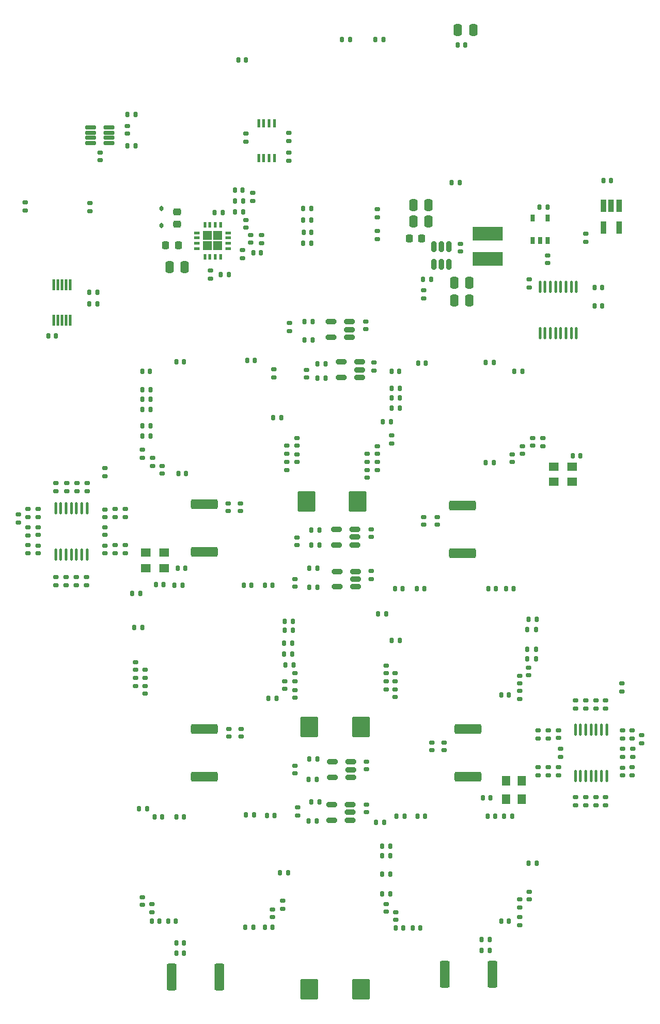
<source format=gbr>
%TF.GenerationSoftware,KiCad,Pcbnew,7.0.7*%
%TF.CreationDate,2023-12-19T00:29:13-07:00*%
%TF.ProjectId,bitaxeHex,62697461-7865-4486-9578-2e6b69636164,0.9*%
%TF.SameCoordinates,Original*%
%TF.FileFunction,Paste,Bot*%
%TF.FilePolarity,Positive*%
%FSLAX46Y46*%
G04 Gerber Fmt 4.6, Leading zero omitted, Abs format (unit mm)*
G04 Created by KiCad (PCBNEW 7.0.7) date 2023-12-19 00:29:13*
%MOMM*%
%LPD*%
G01*
G04 APERTURE LIST*
G04 Aperture macros list*
%AMRoundRect*
0 Rectangle with rounded corners*
0 $1 Rounding radius*
0 $2 $3 $4 $5 $6 $7 $8 $9 X,Y pos of 4 corners*
0 Add a 4 corners polygon primitive as box body*
4,1,4,$2,$3,$4,$5,$6,$7,$8,$9,$2,$3,0*
0 Add four circle primitives for the rounded corners*
1,1,$1+$1,$2,$3*
1,1,$1+$1,$4,$5*
1,1,$1+$1,$6,$7*
1,1,$1+$1,$8,$9*
0 Add four rect primitives between the rounded corners*
20,1,$1+$1,$2,$3,$4,$5,0*
20,1,$1+$1,$4,$5,$6,$7,0*
20,1,$1+$1,$6,$7,$8,$9,0*
20,1,$1+$1,$8,$9,$2,$3,0*%
G04 Aperture macros list end*
%ADD10RoundRect,0.140000X-0.170000X0.140000X-0.170000X-0.140000X0.170000X-0.140000X0.170000X0.140000X0*%
%ADD11RoundRect,0.135000X0.135000X0.185000X-0.135000X0.185000X-0.135000X-0.185000X0.135000X-0.185000X0*%
%ADD12RoundRect,0.140000X0.170000X-0.140000X0.170000X0.140000X-0.170000X0.140000X-0.170000X-0.140000X0*%
%ADD13RoundRect,0.124250X0.538250X0.124250X-0.538250X0.124250X-0.538250X-0.124250X0.538250X-0.124250X0*%
%ADD14RoundRect,0.125000X0.537500X0.125000X-0.537500X0.125000X-0.537500X-0.125000X0.537500X-0.125000X0*%
%ADD15RoundRect,0.140000X0.140000X0.170000X-0.140000X0.170000X-0.140000X-0.170000X0.140000X-0.170000X0*%
%ADD16RoundRect,0.135000X-0.185000X0.135000X-0.185000X-0.135000X0.185000X-0.135000X0.185000X0.135000X0*%
%ADD17RoundRect,0.250000X0.250000X0.475000X-0.250000X0.475000X-0.250000X-0.475000X0.250000X-0.475000X0*%
%ADD18RoundRect,0.250000X-0.875000X-1.025000X0.875000X-1.025000X0.875000X1.025000X-0.875000X1.025000X0*%
%ADD19RoundRect,0.135000X0.185000X-0.135000X0.185000X0.135000X-0.185000X0.135000X-0.185000X-0.135000X0*%
%ADD20RoundRect,0.150000X0.512500X0.150000X-0.512500X0.150000X-0.512500X-0.150000X0.512500X-0.150000X0*%
%ADD21RoundRect,0.135000X-0.135000X-0.185000X0.135000X-0.185000X0.135000X0.185000X-0.135000X0.185000X0*%
%ADD22R,0.650000X1.560000*%
%ADD23RoundRect,0.140000X-0.140000X-0.170000X0.140000X-0.170000X0.140000X0.170000X-0.140000X0.170000X0*%
%ADD24RoundRect,0.100000X0.100000X-0.637500X0.100000X0.637500X-0.100000X0.637500X-0.100000X-0.637500X0*%
%ADD25R,0.400000X1.100000*%
%ADD26RoundRect,0.112500X-0.112500X0.187500X-0.112500X-0.187500X0.112500X-0.187500X0.112500X0.187500X0*%
%ADD27R,0.558800X0.952500*%
%ADD28RoundRect,0.225000X0.225000X0.250000X-0.225000X0.250000X-0.225000X-0.250000X0.225000X-0.250000X0*%
%ADD29RoundRect,0.225000X0.250000X-0.225000X0.250000X0.225000X-0.250000X0.225000X-0.250000X-0.225000X0*%
%ADD30RoundRect,0.150000X0.150000X-0.512500X0.150000X0.512500X-0.150000X0.512500X-0.150000X-0.512500X0*%
%ADD31R,1.300000X1.100000*%
%ADD32R,0.300000X1.400000*%
%ADD33RoundRect,0.250000X-0.362500X-1.425000X0.362500X-1.425000X0.362500X1.425000X-0.362500X1.425000X0*%
%ADD34RoundRect,0.250000X-0.250000X-0.475000X0.250000X-0.475000X0.250000X0.475000X-0.250000X0.475000X0*%
%ADD35RoundRect,0.250000X1.425000X-0.362500X1.425000X0.362500X-1.425000X0.362500X-1.425000X-0.362500X0*%
%ADD36RoundRect,0.250000X0.362500X1.425000X-0.362500X1.425000X-0.362500X-1.425000X0.362500X-1.425000X0*%
%ADD37R,1.100000X1.300000*%
%ADD38R,3.700000X1.680000*%
%ADD39RoundRect,0.225000X-0.225000X-0.250000X0.225000X-0.250000X0.225000X0.250000X-0.225000X0.250000X0*%
%ADD40R,0.759600X0.304800*%
%ADD41R,0.304800X0.759600*%
G04 APERTURE END LIST*
%TO.C,U4*%
G36*
X78942149Y-76442149D02*
G01*
X77849949Y-76442149D01*
X77849949Y-75349949D01*
X78942149Y-75349949D01*
X78942149Y-76442149D01*
G37*
G36*
X78942149Y-75150051D02*
G01*
X77849949Y-75150051D01*
X77849949Y-74057851D01*
X78942149Y-74057851D01*
X78942149Y-75150051D01*
G37*
G36*
X77650051Y-76442149D02*
G01*
X76557851Y-76442149D01*
X76557851Y-75349949D01*
X77650051Y-75349949D01*
X77650051Y-76442149D01*
G37*
G36*
X77650051Y-75150051D02*
G01*
X76557851Y-75150051D01*
X76557851Y-74057851D01*
X77650051Y-74057851D01*
X77650051Y-75150051D01*
G37*
%TD*%
D10*
%TO.C,C158*%
X108600000Y-75670000D03*
X108600000Y-76630000D03*
%TD*%
D11*
%TO.C,R36*%
X70010000Y-99500000D03*
X68990000Y-99500000D03*
%TD*%
D12*
%TO.C,C48*%
X98250000Y-103730000D03*
X98250000Y-102770000D03*
%TD*%
%TO.C,C44*%
X97800000Y-91380000D03*
X97800000Y-90420000D03*
%TD*%
D13*
%TO.C,U3*%
X64887500Y-61175000D03*
X64887500Y-61825000D03*
X64887500Y-62475000D03*
X64887500Y-63125000D03*
X62612500Y-63125000D03*
X62612500Y-62475000D03*
X62612500Y-61825000D03*
D14*
X62612500Y-61175000D03*
%TD*%
D15*
%TO.C,C104*%
X71680000Y-118000000D03*
X70720000Y-118000000D03*
%TD*%
D12*
%TO.C,C14*%
X81900000Y-73630000D03*
X81900000Y-72670000D03*
%TD*%
%TO.C,C37*%
X62500000Y-71580000D03*
X62500000Y-70620000D03*
%TD*%
%TO.C,C97*%
X69400000Y-131580000D03*
X69400000Y-130620000D03*
%TD*%
D16*
%TO.C,R100*%
X98200000Y-71330000D03*
X98200000Y-72350000D03*
%TD*%
D17*
%TO.C,C159*%
X109700000Y-80500000D03*
X107800000Y-80500000D03*
%TD*%
D16*
%TO.C,R63*%
X53600000Y-109290000D03*
X53600000Y-110310000D03*
%TD*%
D18*
%TO.C,C150*%
X89800000Y-168300000D03*
X96200000Y-168300000D03*
%TD*%
D19*
%TO.C,R5*%
X77500000Y-80010000D03*
X77500000Y-78990000D03*
%TD*%
D15*
%TO.C,C147*%
X112180000Y-162100000D03*
X111220000Y-162100000D03*
%TD*%
D12*
%TO.C,C122*%
X100500000Y-159660000D03*
X100500000Y-158700000D03*
%TD*%
D20*
%TO.C,U25*%
X94837500Y-145350000D03*
X94837500Y-146300000D03*
X94837500Y-147250000D03*
X92562500Y-147250000D03*
X92562500Y-145350000D03*
%TD*%
D19*
%TO.C,R50*%
X65630000Y-114130000D03*
X65630000Y-113110000D03*
%TD*%
D15*
%TO.C,C32*%
X81930000Y-52800000D03*
X80970000Y-52800000D03*
%TD*%
D21*
%TO.C,R54*%
X89790000Y-118300000D03*
X90810000Y-118300000D03*
%TD*%
D17*
%TO.C,C157*%
X104600000Y-70800000D03*
X102700000Y-70800000D03*
%TD*%
D12*
%TO.C,C83*%
X86700000Y-130980000D03*
X86700000Y-130020000D03*
%TD*%
D21*
%TO.C,R9*%
X89040000Y-72700000D03*
X90060000Y-72700000D03*
%TD*%
D15*
%TO.C,C60*%
X74480000Y-104200000D03*
X73520000Y-104200000D03*
%TD*%
D21*
%TO.C,R113*%
X103940000Y-80100000D03*
X104960000Y-80100000D03*
%TD*%
D12*
%TO.C,C123*%
X99300000Y-158660000D03*
X99300000Y-157700000D03*
%TD*%
D16*
%TO.C,R103*%
X131100000Y-136740000D03*
X131100000Y-137760000D03*
%TD*%
D11*
%TO.C,R92*%
X87110000Y-153800000D03*
X86090000Y-153800000D03*
%TD*%
D21*
%TO.C,R76*%
X107440000Y-68000000D03*
X108460000Y-68000000D03*
%TD*%
D19*
%TO.C,R93*%
X118230000Y-137100000D03*
X118230000Y-136080000D03*
%TD*%
%TO.C,R107*%
X82700000Y-70360000D03*
X82700000Y-69340000D03*
%TD*%
D22*
%TO.C,U5*%
X126350000Y-70950000D03*
X127300000Y-70950000D03*
X128250000Y-70950000D03*
X128250000Y-73650000D03*
X126350000Y-73650000D03*
%TD*%
D10*
%TO.C,C136*%
X128680000Y-138440000D03*
X128680000Y-139400000D03*
%TD*%
%TO.C,C72*%
X64330000Y-113160000D03*
X64330000Y-114120000D03*
%TD*%
D15*
%TO.C,C58*%
X82980000Y-90100000D03*
X82020000Y-90100000D03*
%TD*%
D16*
%TO.C,R65*%
X58300000Y-105377500D03*
X58300000Y-106397500D03*
%TD*%
D10*
%TO.C,C79*%
X88200000Y-112120000D03*
X88200000Y-113080000D03*
%TD*%
D21*
%TO.C,R8*%
X89040000Y-71300000D03*
X90060000Y-71300000D03*
%TD*%
D15*
%TO.C,C82*%
X101380000Y-118500000D03*
X100420000Y-118500000D03*
%TD*%
D23*
%TO.C,C27*%
X125220000Y-83400000D03*
X126180000Y-83400000D03*
%TD*%
D15*
%TO.C,C43*%
X112680000Y-102800000D03*
X111720000Y-102800000D03*
%TD*%
D11*
%TO.C,R70*%
X87710000Y-122600000D03*
X86690000Y-122600000D03*
%TD*%
%TO.C,R91*%
X99810000Y-156400000D03*
X98790000Y-156400000D03*
%TD*%
%TO.C,R37*%
X70010000Y-95000000D03*
X68990000Y-95000000D03*
%TD*%
D12*
%TO.C,C50*%
X97000000Y-102730000D03*
X97000000Y-101770000D03*
%TD*%
D23*
%TO.C,C21*%
X78020000Y-71750000D03*
X78980000Y-71750000D03*
%TD*%
D12*
%TO.C,C105*%
X68200000Y-128600000D03*
X68200000Y-127640000D03*
%TD*%
D11*
%TO.C,R38*%
X101010000Y-93570000D03*
X99990000Y-93570000D03*
%TD*%
D24*
%TO.C,U7*%
X122975000Y-86762500D03*
X122325000Y-86762500D03*
X121675000Y-86762500D03*
X121025000Y-86762500D03*
X120375000Y-86762500D03*
X119725000Y-86762500D03*
X119075000Y-86762500D03*
X118425000Y-86762500D03*
X118425000Y-81037500D03*
X119075000Y-81037500D03*
X119725000Y-81037500D03*
X120375000Y-81037500D03*
X121025000Y-81037500D03*
X121675000Y-81037500D03*
X122325000Y-81037500D03*
X122975000Y-81037500D03*
%TD*%
D15*
%TO.C,C133*%
X71160000Y-159800000D03*
X70200000Y-159800000D03*
%TD*%
D11*
%TO.C,R67*%
X87710000Y-123700000D03*
X86690000Y-123700000D03*
%TD*%
D10*
%TO.C,C102*%
X64330000Y-110890000D03*
X64330000Y-111850000D03*
%TD*%
D12*
%TO.C,C81*%
X88000000Y-132080000D03*
X88000000Y-131120000D03*
%TD*%
D20*
%TO.C,U15*%
X94737500Y-85350000D03*
X94737500Y-86300000D03*
X94737500Y-87250000D03*
X92462500Y-87250000D03*
X92462500Y-85350000D03*
%TD*%
D12*
%TO.C,C139*%
X68980000Y-157780000D03*
X68980000Y-156820000D03*
%TD*%
%TO.C,C74*%
X97500000Y-117280000D03*
X97500000Y-116320000D03*
%TD*%
D25*
%TO.C,U6*%
X83475000Y-60700000D03*
X84125000Y-60700000D03*
X84775000Y-60700000D03*
X85425000Y-60700000D03*
X85425000Y-65000000D03*
X84775000Y-65000000D03*
X84125000Y-65000000D03*
X83475000Y-65000000D03*
%TD*%
D10*
%TO.C,C56*%
X85400000Y-91270000D03*
X85400000Y-92230000D03*
%TD*%
D16*
%TO.C,R95*%
X122880000Y-132400000D03*
X122880000Y-133420000D03*
%TD*%
D19*
%TO.C,R85*%
X98200000Y-75050000D03*
X98200000Y-74030000D03*
%TD*%
D11*
%TO.C,R61*%
X101010000Y-124900000D03*
X99990000Y-124900000D03*
%TD*%
%TO.C,R23*%
X99050000Y-147580000D03*
X98030000Y-147580000D03*
%TD*%
D15*
%TO.C,C65*%
X69980000Y-91500000D03*
X69020000Y-91500000D03*
%TD*%
D21*
%TO.C,R21*%
X62390000Y-81700000D03*
X63410000Y-81700000D03*
%TD*%
D26*
%TO.C,D2*%
X71350000Y-71250000D03*
X71350000Y-73350000D03*
%TD*%
D12*
%TO.C,C99*%
X68200000Y-130580000D03*
X68200000Y-129620000D03*
%TD*%
D10*
%TO.C,C78*%
X88000000Y-117320000D03*
X88000000Y-118280000D03*
%TD*%
D21*
%TO.C,R32*%
X68610000Y-145870000D03*
X69630000Y-145870000D03*
%TD*%
D11*
%TO.C,R114*%
X79810000Y-79500000D03*
X78790000Y-79500000D03*
%TD*%
D19*
%TO.C,R112*%
X103950000Y-82460000D03*
X103950000Y-81440000D03*
%TD*%
D10*
%TO.C,C121*%
X88000000Y-140520000D03*
X88000000Y-141480000D03*
%TD*%
%TO.C,C55*%
X87000000Y-100750000D03*
X87000000Y-101710000D03*
%TD*%
%TO.C,C4*%
X67200000Y-61020000D03*
X67200000Y-61980000D03*
%TD*%
%TO.C,C103*%
X56030000Y-110880000D03*
X56030000Y-111840000D03*
%TD*%
D15*
%TO.C,C13*%
X119380000Y-71050000D03*
X118420000Y-71050000D03*
%TD*%
D23*
%TO.C,C19*%
X82820000Y-76800000D03*
X83780000Y-76800000D03*
%TD*%
D10*
%TO.C,C57*%
X88250000Y-101790000D03*
X88250000Y-102750000D03*
%TD*%
D12*
%TO.C,C96*%
X64330000Y-109600000D03*
X64330000Y-108640000D03*
%TD*%
D16*
%TO.C,R75*%
X65630000Y-108610000D03*
X65630000Y-109630000D03*
%TD*%
D12*
%TO.C,C94*%
X79800000Y-136880000D03*
X79800000Y-135920000D03*
%TD*%
D15*
%TO.C,C138*%
X71480000Y-146900000D03*
X70520000Y-146900000D03*
%TD*%
%TO.C,C116*%
X103580000Y-160700000D03*
X102620000Y-160700000D03*
%TD*%
D21*
%TO.C,R55*%
X89990000Y-113100000D03*
X91010000Y-113100000D03*
%TD*%
D11*
%TO.C,R39*%
X70010000Y-98250000D03*
X68990000Y-98250000D03*
%TD*%
D15*
%TO.C,C109*%
X112880000Y-146800000D03*
X111920000Y-146800000D03*
%TD*%
%TO.C,C128*%
X85180000Y-160620000D03*
X84220000Y-160620000D03*
%TD*%
D10*
%TO.C,C141*%
X81200000Y-107920000D03*
X81200000Y-108880000D03*
%TD*%
%TO.C,C86*%
X100400000Y-129040000D03*
X100400000Y-130000000D03*
%TD*%
D24*
%TO.C,U23*%
X126730000Y-141762500D03*
X126080000Y-141762500D03*
X125430000Y-141762500D03*
X124780000Y-141762500D03*
X124130000Y-141762500D03*
X123480000Y-141762500D03*
X122830000Y-141762500D03*
X122830000Y-136037500D03*
X123480000Y-136037500D03*
X124130000Y-136037500D03*
X124780000Y-136037500D03*
X125430000Y-136037500D03*
X126080000Y-136037500D03*
X126730000Y-136037500D03*
%TD*%
%TO.C,U18*%
X62150000Y-114250000D03*
X61500000Y-114250000D03*
X60850000Y-114250000D03*
X60200000Y-114250000D03*
X59550000Y-114250000D03*
X58900000Y-114250000D03*
X58250000Y-114250000D03*
X58250000Y-108525000D03*
X58900000Y-108525000D03*
X59550000Y-108525000D03*
X60200000Y-108525000D03*
X60850000Y-108525000D03*
X61500000Y-108525000D03*
X62150000Y-108525000D03*
%TD*%
D27*
%TO.C,U2*%
X119389800Y-75227950D03*
X118450000Y-75227950D03*
X117510200Y-75227950D03*
X117510200Y-72472050D03*
X119389800Y-72472050D03*
%TD*%
D23*
%TO.C,C22*%
X89070000Y-74200000D03*
X90030000Y-74200000D03*
%TD*%
D15*
%TO.C,C151*%
X112280000Y-144500000D03*
X111320000Y-144500000D03*
%TD*%
D12*
%TO.C,C143*%
X79700000Y-108880000D03*
X79700000Y-107920000D03*
%TD*%
D23*
%TO.C,C146*%
X73220000Y-162500000D03*
X74180000Y-162500000D03*
%TD*%
D10*
%TO.C,C120*%
X88300000Y-145720000D03*
X88300000Y-146680000D03*
%TD*%
D21*
%TO.C,R25*%
X89190000Y-87600000D03*
X90210000Y-87600000D03*
%TD*%
D11*
%TO.C,R111*%
X81560000Y-70350000D03*
X80540000Y-70350000D03*
%TD*%
D28*
%TO.C,C7*%
X73475000Y-75850000D03*
X71925000Y-75850000D03*
%TD*%
D10*
%TO.C,C124*%
X86500000Y-157320000D03*
X86500000Y-158280000D03*
%TD*%
D11*
%TO.C,R30*%
X99910000Y-97800000D03*
X98890000Y-97800000D03*
%TD*%
D15*
%TO.C,C132*%
X73160000Y-159800000D03*
X72200000Y-159800000D03*
%TD*%
D21*
%TO.C,R109*%
X116990000Y-152600000D03*
X118010000Y-152600000D03*
%TD*%
D10*
%TO.C,C108*%
X115900000Y-157140000D03*
X115900000Y-158100000D03*
%TD*%
D23*
%TO.C,C68*%
X114220000Y-118500000D03*
X115180000Y-118500000D03*
%TD*%
D15*
%TO.C,C70*%
X112980000Y-118500000D03*
X112020000Y-118500000D03*
%TD*%
D21*
%TO.C,R19*%
X93850000Y-50300000D03*
X94870000Y-50300000D03*
%TD*%
D23*
%TO.C,C149*%
X111220000Y-163500000D03*
X112180000Y-163500000D03*
%TD*%
D19*
%TO.C,R22*%
X118800000Y-100810000D03*
X118800000Y-99790000D03*
%TD*%
D29*
%TO.C,C8*%
X73300000Y-73225000D03*
X73300000Y-71675000D03*
%TD*%
D16*
%TO.C,R105*%
X126630000Y-132400000D03*
X126630000Y-133420000D03*
%TD*%
D18*
%TO.C,C145*%
X89400000Y-107700000D03*
X95800000Y-107700000D03*
%TD*%
D30*
%TO.C,U1*%
X107150000Y-78237500D03*
X106200000Y-78237500D03*
X105250000Y-78237500D03*
X105250000Y-75962500D03*
X106200000Y-75962500D03*
X107150000Y-75962500D03*
%TD*%
D12*
%TO.C,C84*%
X88000000Y-129980000D03*
X88000000Y-129020000D03*
%TD*%
D10*
%TO.C,C38*%
X117500000Y-99790000D03*
X117500000Y-100750000D03*
%TD*%
D19*
%TO.C,R81*%
X129930000Y-141730000D03*
X129930000Y-140710000D03*
%TD*%
D12*
%TO.C,C101*%
X69400000Y-129580000D03*
X69400000Y-128620000D03*
%TD*%
%TO.C,C95*%
X106500000Y-138580000D03*
X106500000Y-137620000D03*
%TD*%
D21*
%TO.C,R10*%
X89040000Y-75550000D03*
X90060000Y-75550000D03*
%TD*%
D16*
%TO.C,R64*%
X59600000Y-105390000D03*
X59600000Y-106410000D03*
%TD*%
D12*
%TO.C,C18*%
X81850000Y-62930000D03*
X81850000Y-61970000D03*
%TD*%
%TO.C,C135*%
X70180000Y-158680000D03*
X70180000Y-157720000D03*
%TD*%
D11*
%TO.C,R3*%
X68210000Y-63450000D03*
X67190000Y-63450000D03*
%TD*%
D10*
%TO.C,C54*%
X88250000Y-99790000D03*
X88250000Y-100750000D03*
%TD*%
D23*
%TO.C,C140*%
X73420000Y-116000000D03*
X74380000Y-116000000D03*
%TD*%
D11*
%TO.C,R97*%
X99810000Y-151700000D03*
X98790000Y-151700000D03*
%TD*%
D23*
%TO.C,C152*%
X80520000Y-69000000D03*
X81480000Y-69000000D03*
%TD*%
D19*
%TO.C,R84*%
X122880000Y-145400000D03*
X122880000Y-144380000D03*
%TD*%
D31*
%TO.C,U17*%
X122450000Y-105250000D03*
X120150000Y-105250000D03*
X120150000Y-103350000D03*
X122450000Y-103350000D03*
%TD*%
D16*
%TO.C,R44*%
X66880000Y-113110000D03*
X66880000Y-114130000D03*
%TD*%
D12*
%TO.C,C45*%
X96800000Y-86280000D03*
X96800000Y-85320000D03*
%TD*%
D19*
%TO.C,R83*%
X124130000Y-145400000D03*
X124130000Y-144380000D03*
%TD*%
D17*
%TO.C,C156*%
X109700000Y-82700000D03*
X107800000Y-82700000D03*
%TD*%
D19*
%TO.C,R72*%
X66880000Y-109630000D03*
X66880000Y-108610000D03*
%TD*%
D11*
%TO.C,R101*%
X99810000Y-150500000D03*
X98790000Y-150500000D03*
%TD*%
D32*
%TO.C,U12*%
X60050000Y-85150000D03*
X59550000Y-85150000D03*
X59050000Y-85150000D03*
X58550000Y-85150000D03*
X58050000Y-85150000D03*
X58050000Y-80750000D03*
X58550000Y-80750000D03*
X59050000Y-80750000D03*
X59550000Y-80750000D03*
X60050000Y-80750000D03*
%TD*%
D11*
%TO.C,R96*%
X99810000Y-154000000D03*
X98790000Y-154000000D03*
%TD*%
D23*
%TO.C,C46*%
X103320000Y-90500000D03*
X104280000Y-90500000D03*
%TD*%
D11*
%TO.C,R18*%
X98970000Y-50300000D03*
X97950000Y-50300000D03*
%TD*%
D33*
%TO.C,R99*%
X106637500Y-166400000D03*
X112562500Y-166400000D03*
%TD*%
D11*
%TO.C,R28*%
X90210000Y-85300000D03*
X89190000Y-85300000D03*
%TD*%
D20*
%TO.C,U21*%
X95437500Y-111150000D03*
X95437500Y-112100000D03*
X95437500Y-113050000D03*
X93162500Y-113050000D03*
X93162500Y-111150000D03*
%TD*%
D12*
%TO.C,C114*%
X96900000Y-140980000D03*
X96900000Y-140020000D03*
%TD*%
D23*
%TO.C,C107*%
X114020000Y-146800000D03*
X114980000Y-146800000D03*
%TD*%
D11*
%TO.C,R27*%
X91810000Y-90600000D03*
X90790000Y-90600000D03*
%TD*%
D34*
%TO.C,C23*%
X108250000Y-49100000D03*
X110150000Y-49100000D03*
%TD*%
D16*
%TO.C,R77*%
X64400000Y-103490000D03*
X64400000Y-104510000D03*
%TD*%
D15*
%TO.C,C41*%
X112680000Y-90400000D03*
X111720000Y-90400000D03*
%TD*%
D11*
%TO.C,R17*%
X69010000Y-123300000D03*
X67990000Y-123300000D03*
%TD*%
%TO.C,R41*%
X70010000Y-93750000D03*
X68990000Y-93750000D03*
%TD*%
D12*
%TO.C,C66*%
X69000000Y-102230000D03*
X69000000Y-101270000D03*
%TD*%
D20*
%TO.C,U26*%
X94937500Y-140050000D03*
X94937500Y-141000000D03*
X94937500Y-141950000D03*
X92662500Y-141950000D03*
X92662500Y-140050000D03*
%TD*%
D12*
%TO.C,C131*%
X128680000Y-137100000D03*
X128680000Y-136140000D03*
%TD*%
D16*
%TO.C,R14*%
X117150000Y-80040000D03*
X117150000Y-81060000D03*
%TD*%
D23*
%TO.C,C87*%
X84220000Y-118100000D03*
X85180000Y-118100000D03*
%TD*%
%TO.C,C77*%
X84720000Y-132120000D03*
X85680000Y-132120000D03*
%TD*%
D12*
%TO.C,C20*%
X82450000Y-75530000D03*
X82450000Y-74570000D03*
%TD*%
D23*
%TO.C,C100*%
X73020000Y-118100000D03*
X73980000Y-118100000D03*
%TD*%
D19*
%TO.C,R11*%
X87200000Y-65310000D03*
X87200000Y-64290000D03*
%TD*%
D31*
%TO.C,U8*%
X71750000Y-115950000D03*
X69450000Y-115950000D03*
X69450000Y-114050000D03*
X71750000Y-114050000D03*
%TD*%
D10*
%TO.C,C117*%
X120730000Y-140710000D03*
X120730000Y-141670000D03*
%TD*%
D16*
%TO.C,R73*%
X60900000Y-105377500D03*
X60900000Y-106397500D03*
%TD*%
%TO.C,R102*%
X119480000Y-136080000D03*
X119480000Y-137100000D03*
%TD*%
D19*
%TO.C,R80*%
X126630000Y-145400000D03*
X126630000Y-144380000D03*
%TD*%
%TO.C,R78*%
X129980000Y-139410000D03*
X129980000Y-138390000D03*
%TD*%
D12*
%TO.C,C53*%
X98250000Y-101730000D03*
X98250000Y-100770000D03*
%TD*%
%TO.C,C11*%
X63750000Y-65280000D03*
X63750000Y-64320000D03*
%TD*%
D23*
%TO.C,C134*%
X73220000Y-146900000D03*
X74180000Y-146900000D03*
%TD*%
D10*
%TO.C,C80*%
X56030000Y-113130000D03*
X56030000Y-114090000D03*
%TD*%
D12*
%TO.C,C64*%
X70250000Y-103230000D03*
X70250000Y-102270000D03*
%TD*%
D21*
%TO.C,R87*%
X89690000Y-142200000D03*
X90710000Y-142200000D03*
%TD*%
D15*
%TO.C,C118*%
X101480000Y-160700000D03*
X100520000Y-160700000D03*
%TD*%
D11*
%TO.C,R66*%
X87610000Y-125300000D03*
X86590000Y-125300000D03*
%TD*%
%TO.C,R33*%
X101010000Y-94800000D03*
X99990000Y-94800000D03*
%TD*%
D35*
%TO.C,R62*%
X76700000Y-141862500D03*
X76700000Y-135937500D03*
%TD*%
D23*
%TO.C,C39*%
X115270000Y-91500000D03*
X116230000Y-91500000D03*
%TD*%
D10*
%TO.C,C52*%
X87300000Y-85520000D03*
X87300000Y-86480000D03*
%TD*%
D36*
%TO.C,R98*%
X78562500Y-166800000D03*
X72637500Y-166800000D03*
%TD*%
D10*
%TO.C,C67*%
X117000000Y-128300000D03*
X117000000Y-129260000D03*
%TD*%
%TO.C,C125*%
X85200000Y-158340000D03*
X85200000Y-159300000D03*
%TD*%
D11*
%TO.C,R57*%
X91010000Y-111200000D03*
X89990000Y-111200000D03*
%TD*%
D19*
%TO.C,R52*%
X59550000Y-118100000D03*
X59550000Y-117080000D03*
%TD*%
D12*
%TO.C,C36*%
X54500000Y-71480000D03*
X54500000Y-70520000D03*
%TD*%
D11*
%TO.C,R69*%
X87610000Y-126600000D03*
X86590000Y-126600000D03*
%TD*%
D10*
%TO.C,C71*%
X115900000Y-131220000D03*
X115900000Y-132180000D03*
%TD*%
D12*
%TO.C,C113*%
X96900000Y-146280000D03*
X96900000Y-145320000D03*
%TD*%
%TO.C,C127*%
X120730000Y-137070000D03*
X120730000Y-136110000D03*
%TD*%
D15*
%TO.C,C49*%
X100980000Y-91500000D03*
X100020000Y-91500000D03*
%TD*%
%TO.C,C130*%
X82780000Y-160600000D03*
X81820000Y-160600000D03*
%TD*%
D10*
%TO.C,C92*%
X100400000Y-131040000D03*
X100400000Y-132000000D03*
%TD*%
D19*
%TO.C,R46*%
X62050000Y-118100000D03*
X62050000Y-117080000D03*
%TD*%
D10*
%TO.C,C142*%
X104000000Y-109620000D03*
X104000000Y-110580000D03*
%TD*%
D11*
%TO.C,R90*%
X90810000Y-139700000D03*
X89790000Y-139700000D03*
%TD*%
D16*
%TO.C,R106*%
X129930000Y-136110000D03*
X129930000Y-137130000D03*
%TD*%
D10*
%TO.C,C111*%
X128680000Y-140740000D03*
X128680000Y-141700000D03*
%TD*%
%TO.C,C137*%
X121030000Y-138420000D03*
X121030000Y-139380000D03*
%TD*%
D20*
%TO.C,U14*%
X96037500Y-90350000D03*
X96037500Y-91300000D03*
X96037500Y-92250000D03*
X93762500Y-92250000D03*
X93762500Y-90350000D03*
%TD*%
D11*
%TO.C,R42*%
X99330000Y-121620000D03*
X98310000Y-121620000D03*
%TD*%
D37*
%TO.C,U28*%
X114250000Y-144650000D03*
X114250000Y-142350000D03*
X116150000Y-142350000D03*
X116150000Y-144650000D03*
%TD*%
D19*
%TO.C,R26*%
X100000000Y-100510000D03*
X100000000Y-99490000D03*
%TD*%
D12*
%TO.C,C17*%
X124100000Y-75380000D03*
X124100000Y-74420000D03*
%TD*%
D15*
%TO.C,C148*%
X74180000Y-163800000D03*
X73220000Y-163800000D03*
%TD*%
D35*
%TO.C,R35*%
X76700000Y-113962500D03*
X76700000Y-108037500D03*
%TD*%
D11*
%TO.C,R56*%
X90810000Y-116000000D03*
X89790000Y-116000000D03*
%TD*%
D12*
%TO.C,C47*%
X97000000Y-104730000D03*
X97000000Y-103770000D03*
%TD*%
D10*
%TO.C,C89*%
X99300000Y-130040000D03*
X99300000Y-131000000D03*
%TD*%
%TO.C,C40*%
X116250000Y-100790000D03*
X116250000Y-101750000D03*
%TD*%
%TO.C,C106*%
X117100000Y-156140000D03*
X117100000Y-157100000D03*
%TD*%
D21*
%TO.C,R110*%
X80540000Y-71650000D03*
X81560000Y-71650000D03*
%TD*%
D15*
%TO.C,C90*%
X82580000Y-118100000D03*
X81620000Y-118100000D03*
%TD*%
D12*
%TO.C,C62*%
X71500000Y-104230000D03*
X71500000Y-103270000D03*
%TD*%
D10*
%TO.C,C51*%
X89400000Y-91320000D03*
X89400000Y-92280000D03*
%TD*%
D16*
%TO.C,R104*%
X125380000Y-132400000D03*
X125380000Y-133420000D03*
%TD*%
D34*
%TO.C,C2*%
X72400000Y-78500000D03*
X74300000Y-78500000D03*
%TD*%
D20*
%TO.C,U20*%
X95537500Y-116350000D03*
X95537500Y-117300000D03*
X95537500Y-118250000D03*
X93262500Y-118250000D03*
X93262500Y-116350000D03*
%TD*%
D21*
%TO.C,R48*%
X116900000Y-123600000D03*
X117920000Y-123600000D03*
%TD*%
D16*
%TO.C,R108*%
X128600000Y-130290000D03*
X128600000Y-131310000D03*
%TD*%
%TO.C,R12*%
X87200000Y-61890000D03*
X87200000Y-62910000D03*
%TD*%
D21*
%TO.C,R49*%
X116900000Y-127200000D03*
X117920000Y-127200000D03*
%TD*%
D16*
%TO.C,R71*%
X54800000Y-108590000D03*
X54800000Y-109610000D03*
%TD*%
D21*
%TO.C,R86*%
X89690000Y-147400000D03*
X90710000Y-147400000D03*
%TD*%
D23*
%TO.C,C63*%
X73220000Y-90300000D03*
X74180000Y-90300000D03*
%TD*%
D11*
%TO.C,R29*%
X86260000Y-97250000D03*
X85240000Y-97250000D03*
%TD*%
D35*
%TO.C,R34*%
X108800000Y-114062500D03*
X108800000Y-108137500D03*
%TD*%
D23*
%TO.C,C76*%
X103120000Y-118500000D03*
X104080000Y-118500000D03*
%TD*%
%TO.C,C25*%
X108220000Y-50900000D03*
X109180000Y-50900000D03*
%TD*%
D10*
%TO.C,C91*%
X81300000Y-135920000D03*
X81300000Y-136880000D03*
%TD*%
D19*
%TO.C,R51*%
X54800000Y-111910000D03*
X54800000Y-110890000D03*
%TD*%
D10*
%TO.C,C85*%
X99300000Y-128040000D03*
X99300000Y-129000000D03*
%TD*%
D11*
%TO.C,R58*%
X68770000Y-119060000D03*
X67750000Y-119060000D03*
%TD*%
D19*
%TO.C,R6*%
X83800000Y-75560000D03*
X83800000Y-74540000D03*
%TD*%
D16*
%TO.C,R4*%
X81500000Y-76440000D03*
X81500000Y-77460000D03*
%TD*%
D15*
%TO.C,C31*%
X58280000Y-87100000D03*
X57320000Y-87100000D03*
%TD*%
D23*
%TO.C,C115*%
X103220000Y-146800000D03*
X104180000Y-146800000D03*
%TD*%
D38*
%TO.C,L2*%
X111950000Y-74415000D03*
X111950000Y-77485000D03*
%TD*%
D21*
%TO.C,R24*%
X90790000Y-92300000D03*
X91810000Y-92300000D03*
%TD*%
D11*
%TO.C,R89*%
X91010000Y-145000000D03*
X89990000Y-145000000D03*
%TD*%
D10*
%TO.C,C5*%
X119400000Y-77070000D03*
X119400000Y-78030000D03*
%TD*%
D21*
%TO.C,R43*%
X116990000Y-122300000D03*
X118010000Y-122300000D03*
%TD*%
D39*
%TO.C,C12*%
X102225000Y-75000000D03*
X103775000Y-75000000D03*
%TD*%
D11*
%TO.C,R2*%
X68210000Y-59550000D03*
X67190000Y-59550000D03*
%TD*%
D16*
%TO.C,R82*%
X118230000Y-140680000D03*
X118230000Y-141700000D03*
%TD*%
D15*
%TO.C,C129*%
X82880000Y-146600000D03*
X81920000Y-146600000D03*
%TD*%
D10*
%TO.C,C59*%
X87000000Y-102790000D03*
X87000000Y-103750000D03*
%TD*%
D19*
%TO.C,R88*%
X119480000Y-141700000D03*
X119480000Y-140680000D03*
%TD*%
D21*
%TO.C,R60*%
X86790000Y-128020000D03*
X87810000Y-128020000D03*
%TD*%
D15*
%TO.C,C119*%
X101580000Y-146800000D03*
X100620000Y-146800000D03*
%TD*%
D19*
%TO.C,R79*%
X125380000Y-145400000D03*
X125380000Y-144380000D03*
%TD*%
D11*
%TO.C,R31*%
X101010000Y-96100000D03*
X99990000Y-96100000D03*
%TD*%
D10*
%TO.C,C110*%
X115900000Y-159340000D03*
X115900000Y-160300000D03*
%TD*%
%TO.C,C69*%
X115900000Y-129300000D03*
X115900000Y-130260000D03*
%TD*%
D15*
%TO.C,C112*%
X114600000Y-159820000D03*
X113640000Y-159820000D03*
%TD*%
D12*
%TO.C,C88*%
X56030000Y-109590000D03*
X56030000Y-108630000D03*
%TD*%
D15*
%TO.C,C26*%
X126180000Y-81100000D03*
X125220000Y-81100000D03*
%TD*%
D40*
%TO.C,U4*%
X79730000Y-74275001D03*
X79730000Y-74924999D03*
X79730000Y-75575001D03*
X79730000Y-76224999D03*
D41*
X78724999Y-77230000D03*
X78075001Y-77230000D03*
X77424999Y-77230000D03*
X76775001Y-77230000D03*
D40*
X75770000Y-76224999D03*
X75770000Y-75575001D03*
X75770000Y-74924999D03*
X75770000Y-74275001D03*
D41*
X76775001Y-73270000D03*
X77424999Y-73270000D03*
X78075001Y-73270000D03*
X78724999Y-73270000D03*
%TD*%
D21*
%TO.C,R47*%
X116900000Y-126000000D03*
X117920000Y-126000000D03*
%TD*%
D17*
%TO.C,C3*%
X104600000Y-72900000D03*
X102700000Y-72900000D03*
%TD*%
D35*
%TO.C,R68*%
X109500000Y-141862500D03*
X109500000Y-135937500D03*
%TD*%
D19*
%TO.C,R59*%
X54780000Y-114120000D03*
X54780000Y-113100000D03*
%TD*%
D16*
%TO.C,R94*%
X124130000Y-132400000D03*
X124130000Y-133420000D03*
%TD*%
D11*
%TO.C,R40*%
X70010000Y-96250000D03*
X68990000Y-96250000D03*
%TD*%
D16*
%TO.C,R45*%
X60800000Y-117090000D03*
X60800000Y-118110000D03*
%TD*%
D18*
%TO.C,C98*%
X89800000Y-135700000D03*
X96200000Y-135700000D03*
%TD*%
D10*
%TO.C,C42*%
X115000000Y-101790000D03*
X115000000Y-102750000D03*
%TD*%
D12*
%TO.C,C144*%
X105700000Y-110580000D03*
X105700000Y-109620000D03*
%TD*%
D16*
%TO.C,R74*%
X62150000Y-105377500D03*
X62150000Y-106397500D03*
%TD*%
D10*
%TO.C,C93*%
X105000000Y-137620000D03*
X105000000Y-138580000D03*
%TD*%
D21*
%TO.C,R20*%
X62390000Y-83150000D03*
X63410000Y-83150000D03*
%TD*%
D15*
%TO.C,C73*%
X114580000Y-131700000D03*
X113620000Y-131700000D03*
%TD*%
D19*
%TO.C,R53*%
X58300000Y-118100000D03*
X58300000Y-117080000D03*
%TD*%
D23*
%TO.C,C16*%
X126320000Y-67800000D03*
X127280000Y-67800000D03*
%TD*%
%TO.C,C126*%
X84520000Y-146700000D03*
X85480000Y-146700000D03*
%TD*%
D12*
%TO.C,C75*%
X97500000Y-112080000D03*
X97500000Y-111120000D03*
%TD*%
D23*
%TO.C,C61*%
X122520000Y-102000000D03*
X123480000Y-102000000D03*
%TD*%
M02*

</source>
